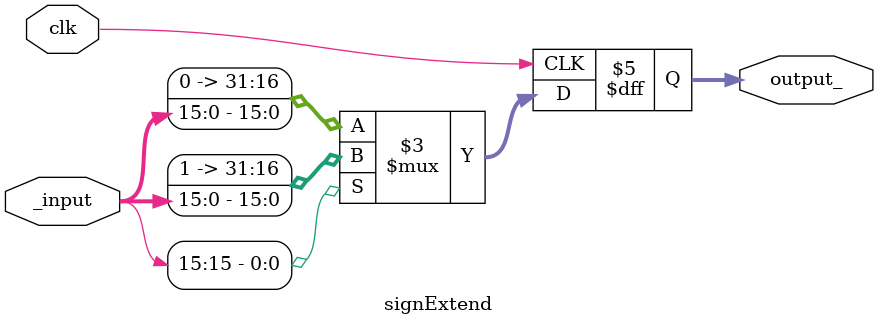
<source format=v>
module signExtend(_input, output_, clk);
	input [15:0] _input;						//Entrada
	output reg [31:0] output_;					//Saida
	input clk;
	always @ (posedge clk) begin	
		if(_input[15])							//Verificar o primeiro bit
			output_ = {{16{1'b1}}, _input};		//Caso o primeiro bit seja 1
		else
			output_ = {{16{1'b0}}, _input};		//Caso o primeiro bit seja 0
	end
endmodule

</source>
